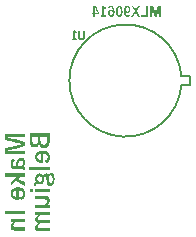
<source format=gbr>
%TF.GenerationSoftware,Altium Limited,Altium Designer,19.1.5 (86)*%
G04 Layer_Color=32896*
%FSLAX44Y44*%
%MOMM*%
%TF.FileFunction,Legend,Bot*%
%TF.Part,Single*%
G01*
G75*
%TA.AperFunction,NonConductor*%
%ADD30C,0.2000*%
%ADD31C,0.1500*%
G36*
X-85058Y-3126D02*
X-93530D01*
X-94670D01*
X-95758D01*
X-96276D01*
X-96769Y-3100D01*
X-97235D01*
X-97675D01*
X-98064D01*
X-98427D01*
X-98738Y-3074D01*
X-99023D01*
X-99230D01*
X-99385D01*
X-99489D01*
X-99515D01*
Y-3385D01*
X-98608Y-3593D01*
X-97805Y-3800D01*
X-97079Y-3981D01*
X-96458Y-4111D01*
X-95914Y-4266D01*
X-95447Y-4370D01*
X-95033Y-4473D01*
X-94696Y-4551D01*
X-94411Y-4629D01*
X-94204Y-4681D01*
X-94022Y-4733D01*
X-93893Y-4758D01*
X-93789Y-4784D01*
X-93737Y-4810D01*
X-93686D01*
X-85058Y-7038D01*
Y-10458D01*
X-93789Y-12738D01*
X-94204Y-12842D01*
X-94618Y-12971D01*
X-95551Y-13204D01*
X-96510Y-13438D01*
X-97442Y-13645D01*
X-97857Y-13749D01*
X-98245Y-13852D01*
X-98608Y-13930D01*
X-98919Y-14008D01*
X-99152Y-14059D01*
X-99359Y-14111D01*
X-99463Y-14137D01*
X-99515D01*
Y-14448D01*
X-98790D01*
X-98116Y-14422D01*
X-97494D01*
X-96898D01*
X-96354D01*
X-95888D01*
X-95447Y-14396D01*
X-95033D01*
X-94696D01*
X-94385D01*
X-94126D01*
X-93919D01*
X-93763D01*
X-93660D01*
X-93582D01*
X-93556D01*
X-85058D01*
Y-17194D01*
X-101924D01*
Y-12427D01*
X-93271Y-10277D01*
X-92857Y-10173D01*
X-92416Y-10044D01*
X-91976Y-9940D01*
X-91587Y-9837D01*
X-91198Y-9759D01*
X-90913Y-9681D01*
X-90810Y-9655D01*
X-90732D01*
X-90680Y-9629D01*
X-90654D01*
X-90266Y-9552D01*
X-89903Y-9448D01*
X-89566Y-9396D01*
X-89281Y-9318D01*
X-88996Y-9266D01*
X-88763Y-9189D01*
X-88556Y-9163D01*
X-88374Y-9111D01*
X-88090Y-9033D01*
X-87908Y-8982D01*
X-87779Y-8956D01*
X-87753D01*
Y-8645D01*
X-88763Y-8463D01*
X-89748Y-8256D01*
X-90680Y-8049D01*
X-91121Y-7945D01*
X-91535Y-7842D01*
X-91898Y-7764D01*
X-92235Y-7686D01*
X-92546Y-7608D01*
X-92805Y-7557D01*
X-93012Y-7505D01*
X-93167Y-7453D01*
X-93271Y-7427D01*
X-93297D01*
X-101924Y-5303D01*
Y-536D01*
X-85058D01*
Y-3126D01*
D02*
G37*
G36*
X-64197Y-6170D02*
X-64223Y-6663D01*
X-64249Y-7103D01*
X-64301Y-7544D01*
X-64378Y-7958D01*
X-64456Y-8321D01*
X-64534Y-8658D01*
X-64637Y-8995D01*
X-64741Y-9280D01*
X-64845Y-9539D01*
X-64948Y-9746D01*
X-65026Y-9953D01*
X-65104Y-10108D01*
X-65182Y-10238D01*
X-65233Y-10316D01*
X-65285Y-10368D01*
Y-10394D01*
X-65544Y-10704D01*
X-65803Y-10963D01*
X-66088Y-11197D01*
X-66399Y-11404D01*
X-66710Y-11559D01*
X-66995Y-11715D01*
X-67591Y-11922D01*
X-68135Y-12026D01*
X-68368Y-12077D01*
X-68576Y-12104D01*
X-68731Y-12129D01*
X-68861D01*
X-68938D01*
X-68964D01*
X-69508Y-12104D01*
X-70001Y-12000D01*
X-70441Y-11870D01*
X-70804Y-11715D01*
X-71115Y-11533D01*
X-71322Y-11404D01*
X-71451Y-11300D01*
X-71503Y-11274D01*
X-71918Y-10860D01*
X-72255Y-10368D01*
X-72514Y-9875D01*
X-72721Y-9383D01*
X-72850Y-8943D01*
X-72928Y-8761D01*
X-72954Y-8606D01*
X-73006Y-8450D01*
Y-8347D01*
X-73032Y-8295D01*
Y-8269D01*
X-73161D01*
X-73291Y-8787D01*
X-73446Y-9228D01*
X-73628Y-9616D01*
X-73835Y-9953D01*
X-74016Y-10212D01*
X-74172Y-10419D01*
X-74275Y-10523D01*
X-74301Y-10575D01*
X-74690Y-10912D01*
X-75130Y-11171D01*
X-75545Y-11352D01*
X-75959Y-11482D01*
X-76296Y-11559D01*
X-76581Y-11585D01*
X-76685Y-11611D01*
X-76762D01*
X-76814D01*
X-76840D01*
X-77203D01*
X-77514Y-11559D01*
X-78110Y-11430D01*
X-78628Y-11249D01*
X-79042Y-11067D01*
X-79379Y-10860D01*
X-79612Y-10678D01*
X-79742Y-10549D01*
X-79794Y-10523D01*
Y-10497D01*
X-80027Y-10212D01*
X-80208Y-9901D01*
X-80390Y-9539D01*
X-80519Y-9176D01*
X-80752Y-8425D01*
X-80908Y-7647D01*
X-80960Y-7285D01*
X-80985Y-6948D01*
X-81037Y-6663D01*
Y-6378D01*
X-81063Y-6170D01*
Y177D01*
X-64197D01*
Y-6170D01*
D02*
G37*
G36*
X-69586Y-14306D02*
X-69094Y-14332D01*
X-68653Y-14409D01*
X-68239Y-14487D01*
X-67850Y-14591D01*
X-67487Y-14694D01*
X-67176Y-14798D01*
X-66866Y-14927D01*
X-66606Y-15057D01*
X-66373Y-15161D01*
X-66192Y-15264D01*
X-66011Y-15368D01*
X-65881Y-15446D01*
X-65803Y-15523D01*
X-65752Y-15549D01*
X-65726Y-15575D01*
X-65415Y-15860D01*
X-65130Y-16197D01*
X-64871Y-16534D01*
X-64663Y-16870D01*
X-64482Y-17233D01*
X-64327Y-17596D01*
X-64223Y-17959D01*
X-64119Y-18296D01*
X-64042Y-18632D01*
X-63990Y-18943D01*
X-63938Y-19228D01*
X-63912Y-19461D01*
X-63886Y-19643D01*
Y-19928D01*
X-63938Y-20627D01*
X-64042Y-21249D01*
X-64197Y-21845D01*
X-64430Y-22363D01*
X-64689Y-22803D01*
X-64974Y-23218D01*
X-65311Y-23581D01*
X-65622Y-23892D01*
X-65959Y-24177D01*
X-66270Y-24384D01*
X-66555Y-24565D01*
X-66814Y-24721D01*
X-67047Y-24824D01*
X-67202Y-24902D01*
X-67332Y-24954D01*
X-67358D01*
X-68083Y-22467D01*
X-67669Y-22337D01*
X-67332Y-22182D01*
X-67021Y-22026D01*
X-66762Y-21819D01*
X-66529Y-21612D01*
X-66347Y-21404D01*
X-66192Y-21197D01*
X-66062Y-20990D01*
X-65959Y-20783D01*
X-65907Y-20601D01*
X-65855Y-20420D01*
X-65803Y-20264D01*
Y-20135D01*
X-65778Y-20031D01*
Y-19954D01*
X-65829Y-19461D01*
X-65933Y-19047D01*
X-66062Y-18658D01*
X-66244Y-18373D01*
X-66399Y-18114D01*
X-66555Y-17959D01*
X-66658Y-17829D01*
X-66684Y-17803D01*
X-67099Y-17518D01*
X-67565Y-17311D01*
X-68032Y-17181D01*
X-68498Y-17078D01*
X-68912Y-17000D01*
X-69094Y-16974D01*
X-69249D01*
X-69379Y-16948D01*
X-69482D01*
X-69534D01*
X-69560D01*
Y-25006D01*
X-70130D01*
X-70622Y-24980D01*
X-71115Y-24954D01*
X-71555Y-24876D01*
X-71969Y-24798D01*
X-72384Y-24695D01*
X-72747Y-24591D01*
X-73084Y-24462D01*
X-73369Y-24358D01*
X-73653Y-24228D01*
X-73887Y-24099D01*
X-74094Y-23995D01*
X-74249Y-23892D01*
X-74379Y-23814D01*
X-74483Y-23736D01*
X-74534Y-23710D01*
X-74560Y-23684D01*
X-74897Y-23399D01*
X-75156Y-23088D01*
X-75415Y-22778D01*
X-75623Y-22441D01*
X-75804Y-22104D01*
X-75959Y-21767D01*
X-76063Y-21456D01*
X-76167Y-21145D01*
X-76244Y-20835D01*
X-76296Y-20575D01*
X-76348Y-20316D01*
X-76374Y-20109D01*
X-76400Y-19928D01*
Y-19694D01*
X-76374Y-19280D01*
X-76348Y-18891D01*
X-76270Y-18503D01*
X-76167Y-18140D01*
X-75933Y-17518D01*
X-75778Y-17233D01*
X-75648Y-16974D01*
X-75519Y-16741D01*
X-75363Y-16534D01*
X-75234Y-16378D01*
X-75130Y-16223D01*
X-75027Y-16119D01*
X-74975Y-16042D01*
X-74923Y-15990D01*
X-74897Y-15964D01*
X-74560Y-15679D01*
X-74198Y-15420D01*
X-73809Y-15187D01*
X-73420Y-14979D01*
X-73032Y-14824D01*
X-72617Y-14694D01*
X-71840Y-14487D01*
X-71477Y-14409D01*
X-71140Y-14358D01*
X-70855Y-14332D01*
X-70596Y-14306D01*
X-70389Y-14280D01*
X-70208D01*
X-70104D01*
X-70078D01*
X-69586Y-14306D01*
D02*
G37*
G36*
X-87753Y-20277D02*
X-87286Y-20381D01*
X-86846Y-20536D01*
X-86509Y-20692D01*
X-86224Y-20847D01*
X-86017Y-21003D01*
X-85887Y-21107D01*
X-85836Y-21132D01*
X-85473Y-21547D01*
X-85214Y-21987D01*
X-85032Y-22454D01*
X-84903Y-22920D01*
X-84825Y-23309D01*
X-84799Y-23490D01*
Y-23646D01*
X-84773Y-23749D01*
Y-23930D01*
X-84799Y-24371D01*
X-84851Y-24811D01*
X-84955Y-25200D01*
X-85058Y-25563D01*
X-85188Y-25900D01*
X-85343Y-26210D01*
X-85525Y-26469D01*
X-85706Y-26728D01*
X-85861Y-26962D01*
X-86043Y-27143D01*
X-86198Y-27324D01*
X-86328Y-27454D01*
X-86431Y-27558D01*
X-86535Y-27635D01*
X-86587Y-27661D01*
X-86613Y-27687D01*
X-86276Y-27713D01*
X-85991Y-27739D01*
X-85732Y-27791D01*
X-85499Y-27817D01*
X-85317Y-27843D01*
X-85162D01*
X-85084Y-27868D01*
X-85058D01*
Y-30382D01*
X-85732Y-30330D01*
X-86354Y-30278D01*
X-86950Y-30252D01*
X-87494Y-30226D01*
X-87934Y-30200D01*
X-88115D01*
X-88271D01*
X-88400D01*
X-88504D01*
X-88556D01*
X-88582D01*
X-93323D01*
X-93686D01*
X-94022Y-30148D01*
X-94644Y-29993D01*
X-95162Y-29786D01*
X-95603Y-29475D01*
X-95991Y-29138D01*
X-96328Y-28723D01*
X-96587Y-28309D01*
X-96795Y-27894D01*
X-96950Y-27454D01*
X-97079Y-27039D01*
X-97157Y-26651D01*
X-97235Y-26288D01*
X-97261Y-26003D01*
X-97287Y-25770D01*
Y-25563D01*
X-97261Y-24863D01*
X-97157Y-24215D01*
X-96976Y-23620D01*
X-96769Y-23101D01*
X-96510Y-22661D01*
X-96250Y-22246D01*
X-95940Y-21910D01*
X-95629Y-21599D01*
X-95318Y-21366D01*
X-95033Y-21158D01*
X-94748Y-20977D01*
X-94489Y-20847D01*
X-94282Y-20744D01*
X-94126Y-20692D01*
X-93996Y-20640D01*
X-93971D01*
X-93297Y-23205D01*
X-93634Y-23283D01*
X-93919Y-23386D01*
X-94178Y-23516D01*
X-94385Y-23620D01*
X-94541Y-23749D01*
X-94670Y-23853D01*
X-94748Y-23905D01*
X-94774Y-23930D01*
X-94981Y-24190D01*
X-95136Y-24449D01*
X-95240Y-24708D01*
X-95318Y-24941D01*
X-95370Y-25148D01*
X-95395Y-25329D01*
Y-25485D01*
X-95370Y-25848D01*
X-95318Y-26158D01*
X-95266Y-26418D01*
X-95188Y-26625D01*
X-95085Y-26780D01*
X-95033Y-26884D01*
X-94981Y-26962D01*
X-94955Y-26988D01*
X-94748Y-27169D01*
X-94489Y-27324D01*
X-94204Y-27428D01*
X-93919Y-27480D01*
X-93686Y-27532D01*
X-93478Y-27558D01*
X-93323D01*
X-93297D01*
X-93271D01*
X-92598D01*
X-92571Y-26858D01*
X-92520Y-26184D01*
X-92442Y-25615D01*
X-92390Y-25122D01*
X-92338Y-24708D01*
X-92312Y-24526D01*
X-92287Y-24397D01*
X-92261Y-24293D01*
Y-24215D01*
X-92235Y-24164D01*
Y-24138D01*
X-92079Y-23464D01*
X-91846Y-22868D01*
X-91587Y-22324D01*
X-91302Y-21884D01*
X-90991Y-21521D01*
X-90654Y-21210D01*
X-90317Y-20951D01*
X-89981Y-20744D01*
X-89644Y-20588D01*
X-89333Y-20459D01*
X-89048Y-20381D01*
X-88815Y-20303D01*
X-88608Y-20277D01*
X-88426Y-20252D01*
X-88323D01*
X-88297D01*
X-87753Y-20277D01*
D02*
G37*
G36*
X-64197Y-30498D02*
X-81374D01*
Y-27778D01*
X-64197D01*
Y-30498D01*
D02*
G37*
G36*
X-62668Y-33011D02*
X-62461Y-33037D01*
X-62073Y-33167D01*
X-61736Y-33374D01*
X-61451Y-33607D01*
X-61218Y-33814D01*
X-61036Y-34022D01*
X-60933Y-34151D01*
X-60907Y-34203D01*
X-60751Y-34488D01*
X-60596Y-34799D01*
X-60389Y-35473D01*
X-60233Y-36172D01*
X-60104Y-36846D01*
X-60078Y-37157D01*
X-60052Y-37441D01*
X-60026Y-37701D01*
Y-37934D01*
X-60000Y-38115D01*
Y-38866D01*
X-60052Y-39307D01*
X-60078Y-39747D01*
X-60156Y-40162D01*
X-60207Y-40525D01*
X-60285Y-40887D01*
X-60363Y-41198D01*
X-60466Y-41483D01*
X-60544Y-41742D01*
X-60622Y-41975D01*
X-60700Y-42183D01*
X-60777Y-42338D01*
X-60829Y-42468D01*
X-60881Y-42545D01*
X-60907Y-42597D01*
Y-42623D01*
X-61114Y-42934D01*
X-61321Y-43193D01*
X-61529Y-43426D01*
X-61762Y-43633D01*
X-61995Y-43789D01*
X-62228Y-43944D01*
X-62668Y-44152D01*
X-63057Y-44255D01*
X-63213Y-44307D01*
X-63368Y-44333D01*
X-63498Y-44359D01*
X-63575D01*
X-63627D01*
X-63653D01*
X-64093Y-44333D01*
X-64482Y-44255D01*
X-64819Y-44126D01*
X-65104Y-43996D01*
X-65311Y-43841D01*
X-65467Y-43737D01*
X-65570Y-43633D01*
X-65596Y-43608D01*
X-65752Y-43400D01*
X-65907Y-43193D01*
X-66140Y-42675D01*
X-66347Y-42105D01*
X-66477Y-41561D01*
X-66581Y-41043D01*
X-66632Y-40835D01*
X-66658Y-40628D01*
X-66684Y-40473D01*
X-66710Y-40343D01*
Y-40240D01*
X-66943Y-37545D01*
X-66969Y-37234D01*
X-67021Y-36949D01*
X-67073Y-36716D01*
X-67099Y-36561D01*
X-67151Y-36405D01*
X-67176Y-36327D01*
X-67202Y-36276D01*
Y-36250D01*
X-67280Y-36120D01*
X-67384Y-36042D01*
X-67565Y-35939D01*
X-67721Y-35887D01*
X-67772D01*
X-67798D01*
X-68006Y-35913D01*
X-68213Y-36016D01*
X-68394Y-36146D01*
X-68550Y-36327D01*
X-68653Y-36483D01*
X-68757Y-36612D01*
X-68809Y-36716D01*
X-68835Y-36742D01*
X-68731Y-37286D01*
X-68705Y-37545D01*
X-68679Y-37804D01*
X-68653Y-37985D01*
Y-38296D01*
X-68705Y-38996D01*
X-68809Y-39618D01*
X-68938Y-40188D01*
X-69120Y-40654D01*
X-69275Y-41017D01*
X-69353Y-41172D01*
X-69430Y-41276D01*
X-69482Y-41379D01*
X-69534Y-41457D01*
X-69560Y-41483D01*
Y-41509D01*
X-69767Y-41768D01*
X-70001Y-42001D01*
X-70234Y-42183D01*
X-70493Y-42364D01*
X-70726Y-42519D01*
X-70985Y-42623D01*
X-71477Y-42804D01*
X-71918Y-42908D01*
X-72099Y-42934D01*
X-72280Y-42960D01*
X-72410Y-42986D01*
X-72514D01*
X-72565D01*
X-72591D01*
X-73084Y-42934D01*
X-73550Y-42830D01*
X-73938Y-42675D01*
X-74301Y-42519D01*
X-74586Y-42338D01*
X-74794Y-42183D01*
X-74923Y-42079D01*
X-74975Y-42027D01*
X-75182Y-42286D01*
X-75312Y-42519D01*
X-75389Y-42701D01*
X-75415Y-42727D01*
Y-42753D01*
X-75467Y-42960D01*
X-75519Y-43167D01*
X-75571Y-43633D01*
X-75597Y-43841D01*
Y-44152D01*
X-77799Y-44307D01*
X-77773Y-43867D01*
X-77747Y-43478D01*
X-77669Y-43141D01*
X-77592Y-42856D01*
X-77514Y-42649D01*
X-77462Y-42468D01*
X-77410Y-42364D01*
X-77384Y-42338D01*
X-77203Y-42027D01*
X-76944Y-41742D01*
X-76685Y-41483D01*
X-76426Y-41276D01*
X-76192Y-41094D01*
X-75985Y-40965D01*
X-75856Y-40887D01*
X-75830Y-40861D01*
X-75804D01*
X-76011Y-40447D01*
X-76141Y-40006D01*
X-76244Y-39592D01*
X-76322Y-39203D01*
X-76374Y-38840D01*
X-76400Y-38581D01*
Y-38322D01*
X-76348Y-37623D01*
X-76244Y-37001D01*
X-76115Y-36457D01*
X-75933Y-35991D01*
X-75752Y-35628D01*
X-75674Y-35473D01*
X-75623Y-35369D01*
X-75545Y-35265D01*
X-75519Y-35187D01*
X-75467Y-35162D01*
Y-35136D01*
X-75260Y-34877D01*
X-75027Y-34643D01*
X-74794Y-34436D01*
X-74560Y-34281D01*
X-74327Y-34125D01*
X-74094Y-33996D01*
X-73628Y-33814D01*
X-73213Y-33711D01*
X-73032Y-33685D01*
X-72876Y-33659D01*
X-72747Y-33633D01*
X-72643D01*
X-72591D01*
X-72565D01*
X-72177Y-33659D01*
X-71840Y-33711D01*
X-71503Y-33788D01*
X-71192Y-33892D01*
X-70648Y-34177D01*
X-70208Y-34488D01*
X-69871Y-34799D01*
X-69612Y-35084D01*
X-69508Y-35187D01*
X-69456Y-35265D01*
X-69430Y-35317D01*
X-69405Y-35343D01*
X-69197Y-35032D01*
X-68964Y-34747D01*
X-68757Y-34488D01*
X-68550Y-34281D01*
X-68342Y-34099D01*
X-68135Y-33944D01*
X-67928Y-33840D01*
X-67747Y-33737D01*
X-67410Y-33607D01*
X-67176Y-33529D01*
X-67073Y-33503D01*
X-66995D01*
X-66969D01*
X-66943D01*
X-66710Y-33529D01*
X-66477Y-33581D01*
X-66270Y-33659D01*
X-66088Y-33763D01*
X-65803Y-34048D01*
X-65570Y-34358D01*
X-65389Y-34643D01*
X-65285Y-34928D01*
X-65259Y-35032D01*
X-65233Y-35110D01*
X-65208Y-35162D01*
Y-35187D01*
X-65052Y-34799D01*
X-64871Y-34462D01*
X-64689Y-34177D01*
X-64508Y-33918D01*
X-64327Y-33711D01*
X-64119Y-33529D01*
X-63938Y-33374D01*
X-63757Y-33270D01*
X-63420Y-33115D01*
X-63161Y-33011D01*
X-63057D01*
X-62979Y-32985D01*
X-62928D01*
X-62902D01*
X-62668Y-33011D01*
D02*
G37*
G36*
X-85058Y-36340D02*
X-88867D01*
X-90680Y-37973D01*
X-85058Y-40926D01*
Y-43906D01*
X-92520Y-39708D01*
X-97002Y-43698D01*
Y-40615D01*
X-91768Y-36340D01*
X-102235D01*
Y-33646D01*
X-85058D01*
Y-36340D01*
D02*
G37*
G36*
X-64197Y-49385D02*
X-76141D01*
Y-46665D01*
X-64197D01*
Y-49385D01*
D02*
G37*
G36*
X-78265Y-49515D02*
X-81089D01*
Y-46561D01*
X-78265D01*
Y-49515D01*
D02*
G37*
G36*
X-90447Y-45331D02*
X-89955Y-45356D01*
X-89514Y-45434D01*
X-89100Y-45512D01*
X-88711Y-45616D01*
X-88349Y-45719D01*
X-88038Y-45823D01*
X-87727Y-45952D01*
X-87468Y-46082D01*
X-87234Y-46185D01*
X-87053Y-46289D01*
X-86872Y-46393D01*
X-86742Y-46470D01*
X-86664Y-46548D01*
X-86613Y-46574D01*
X-86587Y-46600D01*
X-86276Y-46885D01*
X-85991Y-47222D01*
X-85732Y-47559D01*
X-85525Y-47895D01*
X-85343Y-48258D01*
X-85188Y-48621D01*
X-85084Y-48983D01*
X-84980Y-49320D01*
X-84903Y-49657D01*
X-84851Y-49968D01*
X-84799Y-50253D01*
X-84773Y-50486D01*
X-84747Y-50668D01*
Y-50953D01*
X-84799Y-51652D01*
X-84903Y-52274D01*
X-85058Y-52870D01*
X-85291Y-53388D01*
X-85550Y-53828D01*
X-85836Y-54243D01*
X-86172Y-54605D01*
X-86483Y-54916D01*
X-86820Y-55201D01*
X-87131Y-55409D01*
X-87416Y-55590D01*
X-87675Y-55746D01*
X-87908Y-55849D01*
X-88064Y-55927D01*
X-88193Y-55979D01*
X-88219D01*
X-88944Y-53492D01*
X-88530Y-53362D01*
X-88193Y-53207D01*
X-87882Y-53051D01*
X-87623Y-52844D01*
X-87390Y-52636D01*
X-87209Y-52429D01*
X-87053Y-52222D01*
X-86924Y-52015D01*
X-86820Y-51807D01*
X-86768Y-51626D01*
X-86716Y-51445D01*
X-86664Y-51289D01*
Y-51160D01*
X-86639Y-51056D01*
Y-50978D01*
X-86690Y-50486D01*
X-86794Y-50072D01*
X-86924Y-49683D01*
X-87105Y-49398D01*
X-87260Y-49139D01*
X-87416Y-48983D01*
X-87520Y-48854D01*
X-87545Y-48828D01*
X-87960Y-48543D01*
X-88426Y-48336D01*
X-88893Y-48206D01*
X-89359Y-48103D01*
X-89774Y-48025D01*
X-89955Y-47999D01*
X-90110D01*
X-90240Y-47973D01*
X-90344D01*
X-90395D01*
X-90421D01*
Y-56031D01*
X-90991D01*
X-91483Y-56005D01*
X-91976Y-55979D01*
X-92416Y-55901D01*
X-92831Y-55823D01*
X-93245Y-55720D01*
X-93608Y-55616D01*
X-93945Y-55486D01*
X-94230Y-55383D01*
X-94515Y-55253D01*
X-94748Y-55124D01*
X-94955Y-55020D01*
X-95111Y-54916D01*
X-95240Y-54839D01*
X-95344Y-54761D01*
X-95395Y-54735D01*
X-95421Y-54709D01*
X-95758Y-54424D01*
X-96017Y-54113D01*
X-96276Y-53802D01*
X-96484Y-53466D01*
X-96665Y-53129D01*
X-96820Y-52792D01*
X-96924Y-52481D01*
X-97028Y-52170D01*
X-97105Y-51859D01*
X-97157Y-51600D01*
X-97209Y-51341D01*
X-97235Y-51134D01*
X-97261Y-50953D01*
Y-50719D01*
X-97235Y-50305D01*
X-97209Y-49916D01*
X-97131Y-49528D01*
X-97028Y-49165D01*
X-96795Y-48543D01*
X-96639Y-48258D01*
X-96510Y-47999D01*
X-96380Y-47766D01*
X-96225Y-47559D01*
X-96095Y-47403D01*
X-95991Y-47248D01*
X-95888Y-47144D01*
X-95836Y-47066D01*
X-95784Y-47014D01*
X-95758Y-46989D01*
X-95421Y-46704D01*
X-95059Y-46445D01*
X-94670Y-46211D01*
X-94282Y-46004D01*
X-93893Y-45849D01*
X-93478Y-45719D01*
X-92701Y-45512D01*
X-92338Y-45434D01*
X-92002Y-45382D01*
X-91717Y-45356D01*
X-91458Y-45331D01*
X-91250Y-45305D01*
X-91069D01*
X-90965D01*
X-90939D01*
X-90447Y-45331D01*
D02*
G37*
G36*
X-66840Y-52857D02*
X-66347Y-52960D01*
X-65907Y-53116D01*
X-65544Y-53271D01*
X-65259Y-53427D01*
X-65052Y-53582D01*
X-64922Y-53686D01*
X-64871Y-53712D01*
X-64534Y-54100D01*
X-64301Y-54515D01*
X-64119Y-54955D01*
X-64016Y-55344D01*
X-63938Y-55707D01*
X-63912Y-56017D01*
X-63886Y-56121D01*
Y-56277D01*
X-63912Y-56691D01*
X-63964Y-57080D01*
X-64068Y-57417D01*
X-64171Y-57727D01*
X-64249Y-57986D01*
X-64353Y-58194D01*
X-64404Y-58297D01*
X-64430Y-58349D01*
X-64689Y-58738D01*
X-65000Y-59101D01*
X-65285Y-59412D01*
X-65596Y-59671D01*
X-65855Y-59878D01*
X-66062Y-60033D01*
X-66218Y-60137D01*
X-66270Y-60163D01*
X-64197D01*
Y-62805D01*
X-76141D01*
Y-60059D01*
X-68265D01*
X-67980Y-59904D01*
X-67695Y-59722D01*
X-67462Y-59515D01*
X-67254Y-59360D01*
X-67099Y-59178D01*
X-66969Y-59075D01*
X-66891Y-58971D01*
X-66866Y-58945D01*
X-66658Y-58634D01*
X-66503Y-58349D01*
X-66373Y-58064D01*
X-66296Y-57831D01*
X-66244Y-57624D01*
X-66218Y-57442D01*
Y-57313D01*
X-66244Y-57028D01*
X-66296Y-56769D01*
X-66399Y-56536D01*
X-66529Y-56328D01*
X-66684Y-56173D01*
X-66840Y-56043D01*
X-67202Y-55836D01*
X-67565Y-55707D01*
X-67876Y-55655D01*
X-68006Y-55629D01*
X-68109D01*
X-68161D01*
X-68187D01*
X-76141D01*
Y-52831D01*
X-67410D01*
X-66840Y-52857D01*
D02*
G37*
G36*
X-85058Y-68207D02*
X-101924D01*
Y-65228D01*
X-85058D01*
Y-68207D01*
D02*
G37*
G36*
Y-74710D02*
X-92882D01*
X-93193Y-74917D01*
X-93452Y-75125D01*
X-93712Y-75332D01*
X-93893Y-75513D01*
X-94074Y-75669D01*
X-94178Y-75824D01*
X-94256Y-75902D01*
X-94282Y-75928D01*
X-94489Y-76239D01*
X-94644Y-76524D01*
X-94748Y-76783D01*
X-94825Y-77016D01*
X-94877Y-77223D01*
X-94903Y-77379D01*
Y-77508D01*
X-94877Y-77793D01*
X-94825Y-78052D01*
X-94722Y-78260D01*
X-94592Y-78441D01*
X-94437Y-78622D01*
X-94256Y-78752D01*
X-93893Y-78933D01*
X-93530Y-79063D01*
X-93193Y-79114D01*
X-93064Y-79140D01*
X-92960D01*
X-92908D01*
X-92882D01*
X-85058D01*
Y-81964D01*
X-93660D01*
X-94230Y-81938D01*
X-94722Y-81835D01*
X-95162Y-81705D01*
X-95525Y-81550D01*
X-95810Y-81369D01*
X-96017Y-81239D01*
X-96147Y-81135D01*
X-96199Y-81109D01*
X-96561Y-80721D01*
X-96820Y-80306D01*
X-97002Y-79892D01*
X-97131Y-79477D01*
X-97209Y-79114D01*
X-97235Y-78804D01*
X-97261Y-78700D01*
Y-78545D01*
X-97235Y-78156D01*
X-97183Y-77767D01*
X-97079Y-77431D01*
X-96976Y-77120D01*
X-96872Y-76860D01*
X-96769Y-76679D01*
X-96717Y-76550D01*
X-96691Y-76498D01*
X-96432Y-76109D01*
X-96147Y-75746D01*
X-95862Y-75436D01*
X-95577Y-75151D01*
X-95318Y-74943D01*
X-95085Y-74762D01*
X-94955Y-74658D01*
X-94929Y-74632D01*
X-97002D01*
Y-71990D01*
X-85058D01*
Y-74710D01*
D02*
G37*
G36*
X-64197Y-69049D02*
X-72021D01*
X-72332Y-69205D01*
X-72591Y-69386D01*
X-72825Y-69567D01*
X-73032Y-69749D01*
X-73187Y-69878D01*
X-73317Y-70008D01*
X-73394Y-70086D01*
X-73420Y-70111D01*
X-73628Y-70396D01*
X-73783Y-70655D01*
X-73887Y-70915D01*
X-73964Y-71148D01*
X-74016Y-71355D01*
X-74042Y-71511D01*
Y-71640D01*
X-74016Y-71899D01*
X-73964Y-72132D01*
X-73861Y-72314D01*
X-73731Y-72469D01*
X-73394Y-72728D01*
X-73032Y-72909D01*
X-72669Y-73013D01*
X-72332Y-73065D01*
X-72203Y-73091D01*
X-72099D01*
X-72047D01*
X-72021D01*
X-64197D01*
Y-75811D01*
X-72021D01*
X-72306Y-75967D01*
X-72591Y-76122D01*
X-72825Y-76304D01*
X-73032Y-76459D01*
X-73187Y-76614D01*
X-73291Y-76718D01*
X-73369Y-76796D01*
X-73394Y-76822D01*
X-73602Y-77107D01*
X-73757Y-77366D01*
X-73887Y-77599D01*
X-73964Y-77832D01*
X-74016Y-78013D01*
X-74042Y-78169D01*
Y-78298D01*
X-74016Y-78583D01*
X-73964Y-78843D01*
X-73861Y-79076D01*
X-73731Y-79257D01*
X-73576Y-79412D01*
X-73394Y-79542D01*
X-73032Y-79749D01*
X-72669Y-79879D01*
X-72332Y-79931D01*
X-72203Y-79956D01*
X-72099D01*
X-72047D01*
X-72021D01*
X-64197D01*
Y-82677D01*
X-72799D01*
X-73369Y-82651D01*
X-73861Y-82547D01*
X-74301Y-82444D01*
X-74664Y-82288D01*
X-74949Y-82159D01*
X-75156Y-82029D01*
X-75286Y-81925D01*
X-75338Y-81900D01*
X-75700Y-81537D01*
X-75959Y-81148D01*
X-76141Y-80734D01*
X-76270Y-80345D01*
X-76348Y-79982D01*
X-76374Y-79697D01*
X-76400Y-79594D01*
Y-79438D01*
X-76374Y-79024D01*
X-76296Y-78635D01*
X-76192Y-78247D01*
X-76037Y-77910D01*
X-75856Y-77573D01*
X-75648Y-77262D01*
X-75441Y-76977D01*
X-75234Y-76692D01*
X-75001Y-76459D01*
X-74794Y-76252D01*
X-74586Y-76070D01*
X-74405Y-75941D01*
X-74249Y-75811D01*
X-74146Y-75733D01*
X-74068Y-75682D01*
X-74042Y-75656D01*
X-74405Y-75552D01*
X-74716Y-75423D01*
X-75001Y-75267D01*
X-75234Y-75112D01*
X-75415Y-74982D01*
X-75571Y-74853D01*
X-75648Y-74775D01*
X-75674Y-74749D01*
X-75908Y-74438D01*
X-76089Y-74101D01*
X-76218Y-73739D01*
X-76322Y-73428D01*
X-76374Y-73143D01*
X-76400Y-72909D01*
Y-72702D01*
X-76374Y-72288D01*
X-76296Y-71899D01*
X-76192Y-71536D01*
X-76037Y-71174D01*
X-75856Y-70837D01*
X-75648Y-70526D01*
X-75441Y-70241D01*
X-75234Y-69982D01*
X-75001Y-69749D01*
X-74794Y-69542D01*
X-74586Y-69360D01*
X-74405Y-69231D01*
X-74249Y-69101D01*
X-74146Y-69023D01*
X-74068Y-68972D01*
X-74042Y-68946D01*
X-76141D01*
Y-66355D01*
X-64197D01*
Y-69049D01*
D02*
G37*
G36*
X-17860Y107848D02*
X-17485Y107626D01*
X-17139Y107446D01*
X-16834Y107307D01*
X-16681Y107252D01*
X-16556Y107196D01*
X-16445Y107155D01*
X-16348Y107113D01*
X-16279Y107085D01*
X-16209Y107071D01*
X-16182Y107058D01*
X-16168D01*
X-16404Y105837D01*
X-16737Y105962D01*
X-17055Y106087D01*
X-17333Y106212D01*
X-17569Y106336D01*
X-17763Y106461D01*
X-17915Y106544D01*
X-17971Y106586D01*
X-18012Y106600D01*
X-18026Y106628D01*
X-18040D01*
Y100290D01*
X-16307D01*
Y99166D01*
X-21091D01*
Y100290D01*
X-19427D01*
Y108111D01*
X-18234D01*
X-17860Y107848D01*
D02*
G37*
G36*
X9655Y103785D02*
X12457Y99166D01*
X10820D01*
X9128Y102051D01*
X9059Y102176D01*
X9003Y102287D01*
X8948Y102384D01*
X8906Y102467D01*
X8878Y102536D01*
X8851Y102578D01*
X8823Y102606D01*
Y102620D01*
X8781Y102536D01*
X8726Y102453D01*
X8698Y102384D01*
X8684Y102370D01*
Y102356D01*
X8601Y102218D01*
X8559Y102120D01*
X8532Y102065D01*
X8518Y102051D01*
X6840Y99166D01*
X5037D01*
X7866Y103854D01*
X5176Y108195D01*
X6826D01*
X8310Y105657D01*
X8421Y105449D01*
X8504Y105296D01*
X8573Y105185D01*
X8615Y105102D01*
X8643Y105047D01*
X8656Y105005D01*
X8670Y104991D01*
X8726Y105088D01*
X8781Y105185D01*
X8837Y105268D01*
X8851Y105282D01*
Y105296D01*
X8934Y105449D01*
X8989Y105560D01*
X9031Y105629D01*
X9045Y105643D01*
X10487Y108195D01*
X12276D01*
X9655Y103785D01*
D02*
G37*
G36*
X-11966Y108181D02*
X-11702Y108139D01*
X-11453Y108070D01*
X-11231Y107987D01*
X-11009Y107876D01*
X-10815Y107737D01*
X-10634Y107584D01*
X-10468Y107418D01*
X-10302Y107238D01*
X-10163Y107044D01*
X-9913Y106628D01*
X-9719Y106184D01*
X-9553Y105726D01*
X-9428Y105268D01*
X-9331Y104825D01*
X-9261Y104409D01*
X-9234Y104214D01*
X-9220Y104034D01*
X-9192Y103868D01*
X-9178Y103715D01*
Y103577D01*
X-9164Y103466D01*
Y103382D01*
Y103313D01*
Y103272D01*
Y103258D01*
X-9178Y102883D01*
X-9192Y102536D01*
X-9234Y102218D01*
X-9275Y101912D01*
X-9331Y101635D01*
X-9386Y101371D01*
X-9442Y101136D01*
X-9511Y100928D01*
X-9580Y100747D01*
X-9636Y100581D01*
X-9691Y100456D01*
X-9747Y100345D01*
X-9788Y100248D01*
X-9830Y100193D01*
X-9844Y100151D01*
X-9858Y100137D01*
X-9997Y99943D01*
X-10163Y99763D01*
X-10329Y99610D01*
X-10496Y99485D01*
X-10676Y99375D01*
X-10856Y99277D01*
X-11037Y99208D01*
X-11217Y99139D01*
X-11369Y99097D01*
X-11522Y99056D01*
X-11661Y99042D01*
X-11786Y99014D01*
X-11883D01*
X-11952Y99000D01*
X-12021D01*
X-12229Y99014D01*
X-12423Y99028D01*
X-12784Y99111D01*
X-13103Y99222D01*
X-13367Y99361D01*
X-13477Y99430D01*
X-13575Y99499D01*
X-13658Y99555D01*
X-13741Y99610D01*
X-13796Y99652D01*
X-13838Y99693D01*
X-13852Y99707D01*
X-13866Y99721D01*
X-14018Y99888D01*
X-14143Y100082D01*
X-14268Y100262D01*
X-14365Y100456D01*
X-14448Y100664D01*
X-14518Y100858D01*
X-14615Y101247D01*
X-14656Y101413D01*
X-14684Y101580D01*
X-14698Y101732D01*
X-14712Y101857D01*
X-14726Y101968D01*
Y102037D01*
Y102093D01*
Y102107D01*
X-14698Y102550D01*
X-14642Y102952D01*
X-14545Y103285D01*
X-14504Y103438D01*
X-14448Y103577D01*
X-14393Y103701D01*
X-14351Y103812D01*
X-14296Y103909D01*
X-14254Y103979D01*
X-14226Y104034D01*
X-14199Y104076D01*
X-14171Y104104D01*
Y104117D01*
X-14046Y104270D01*
X-13907Y104409D01*
X-13769Y104520D01*
X-13630Y104617D01*
X-13477Y104714D01*
X-13339Y104783D01*
X-13047Y104880D01*
X-12798Y104950D01*
X-12687Y104963D01*
X-12590Y104977D01*
X-12521Y104991D01*
X-12410D01*
X-12188Y104977D01*
X-11980Y104950D01*
X-11799Y104894D01*
X-11619Y104825D01*
X-11453Y104755D01*
X-11300Y104658D01*
X-11175Y104575D01*
X-11050Y104478D01*
X-10940Y104381D01*
X-10856Y104284D01*
X-10773Y104187D01*
X-10704Y104117D01*
X-10662Y104048D01*
X-10621Y103993D01*
X-10607Y103965D01*
X-10593Y103951D01*
X-10607Y104242D01*
X-10621Y104506D01*
X-10648Y104755D01*
X-10690Y104991D01*
X-10732Y105199D01*
X-10773Y105407D01*
X-10829Y105588D01*
X-10884Y105768D01*
X-11009Y106073D01*
X-11134Y106322D01*
X-11286Y106531D01*
X-11425Y106697D01*
X-11578Y106822D01*
X-11716Y106919D01*
X-11841Y106988D01*
X-11966Y107044D01*
X-12063Y107071D01*
X-12132Y107085D01*
X-12202D01*
X-12340Y107071D01*
X-12451Y107044D01*
X-12562Y107002D01*
X-12659Y106947D01*
X-12826Y106808D01*
X-12950Y106655D01*
X-13034Y106489D01*
X-13089Y106350D01*
X-13103Y106295D01*
X-13117Y106253D01*
X-13131Y106225D01*
Y106212D01*
X-14545Y106739D01*
X-14420Y107002D01*
X-14282Y107224D01*
X-14115Y107418D01*
X-13935Y107584D01*
X-13741Y107723D01*
X-13561Y107834D01*
X-13367Y107931D01*
X-13172Y108014D01*
X-12992Y108070D01*
X-12812Y108111D01*
X-12659Y108153D01*
X-12521Y108167D01*
X-12410Y108181D01*
X-12313Y108195D01*
X-12243D01*
X-11966Y108181D01*
D02*
G37*
G36*
X1778D02*
X1972Y108167D01*
X2333Y108084D01*
X2652Y107959D01*
X2915Y107834D01*
X3026Y107765D01*
X3137Y107696D01*
X3220Y107626D01*
X3289Y107571D01*
X3345Y107529D01*
X3386Y107487D01*
X3400Y107474D01*
X3414Y107460D01*
X3567Y107293D01*
X3692Y107113D01*
X3803Y106933D01*
X3900Y106739D01*
X3969Y106531D01*
X4038Y106336D01*
X4135Y105962D01*
X4177Y105782D01*
X4205Y105615D01*
X4219Y105463D01*
X4232Y105338D01*
X4246Y105241D01*
Y105158D01*
Y105102D01*
Y105088D01*
X4232Y104866D01*
X4219Y104658D01*
X4149Y104256D01*
X4052Y103923D01*
X3997Y103771D01*
X3941Y103632D01*
X3886Y103507D01*
X3844Y103396D01*
X3789Y103313D01*
X3747Y103230D01*
X3706Y103174D01*
X3678Y103133D01*
X3650Y103105D01*
Y103091D01*
X3525Y102939D01*
X3386Y102800D01*
X3234Y102689D01*
X3095Y102592D01*
X2943Y102509D01*
X2790Y102425D01*
X2513Y102328D01*
X2263Y102259D01*
X2152Y102245D01*
X2055Y102231D01*
X1986Y102218D01*
X1875D01*
X1653Y102231D01*
X1445Y102259D01*
X1251Y102315D01*
X1071Y102384D01*
X904Y102467D01*
X751Y102550D01*
X627Y102647D01*
X502Y102758D01*
X405Y102855D01*
X308Y102952D01*
X238Y103036D01*
X183Y103119D01*
X127Y103188D01*
X100Y103244D01*
X73Y103271D01*
X86Y102994D01*
X100Y102731D01*
X127Y102481D01*
X155Y102245D01*
X183Y102037D01*
X211Y101843D01*
X252Y101663D01*
X294Y101510D01*
X322Y101371D01*
X363Y101247D01*
X391Y101150D01*
X419Y101066D01*
X446Y101011D01*
X460Y100969D01*
X474Y100942D01*
Y100928D01*
X557Y100789D01*
X641Y100664D01*
X724Y100553D01*
X821Y100456D01*
X932Y100373D01*
X1029Y100304D01*
X1223Y100207D01*
X1403Y100151D01*
X1542Y100123D01*
X1597Y100110D01*
X1681D01*
X1805Y100123D01*
X1917Y100151D01*
X2027Y100193D01*
X2124Y100248D01*
X2277Y100387D01*
X2402Y100539D01*
X2499Y100692D01*
X2568Y100831D01*
X2582Y100886D01*
X2596Y100928D01*
X2610Y100955D01*
Y100969D01*
X4038Y100428D01*
X3927Y100179D01*
X3789Y99957D01*
X3622Y99763D01*
X3456Y99596D01*
X3262Y99472D01*
X3068Y99347D01*
X2873Y99250D01*
X2679Y99180D01*
X2485Y99125D01*
X2305Y99069D01*
X2138Y99042D01*
X2000Y99028D01*
X1875Y99014D01*
X1792Y99000D01*
X1708D01*
X1459Y99014D01*
X1223Y99042D01*
X1001Y99083D01*
X793Y99153D01*
X599Y99222D01*
X433Y99305D01*
X266Y99402D01*
X127Y99485D01*
X3Y99583D01*
X-108Y99666D01*
X-205Y99749D01*
X-275Y99818D01*
X-330Y99888D01*
X-386Y99929D01*
X-399Y99957D01*
X-413Y99971D01*
X-566Y100220D01*
X-705Y100484D01*
X-830Y100789D01*
X-940Y101094D01*
X-1024Y101427D01*
X-1093Y101760D01*
X-1148Y102079D01*
X-1204Y102412D01*
X-1245Y102717D01*
X-1273Y102994D01*
X-1287Y103258D01*
X-1301Y103493D01*
X-1315Y103674D01*
Y103812D01*
Y103868D01*
Y103909D01*
Y103923D01*
Y103937D01*
X-1301Y104312D01*
X-1287Y104658D01*
X-1259Y104977D01*
X-1204Y105268D01*
X-1162Y105546D01*
X-1107Y105809D01*
X-1037Y106031D01*
X-982Y106239D01*
X-913Y106420D01*
X-857Y106586D01*
X-788Y106725D01*
X-746Y106836D01*
X-705Y106919D01*
X-663Y106974D01*
X-649Y107016D01*
X-635Y107030D01*
X-497Y107238D01*
X-330Y107418D01*
X-164Y107571D01*
X16Y107709D01*
X197Y107820D01*
X391Y107917D01*
X571Y107987D01*
X738Y108056D01*
X904Y108098D01*
X1071Y108139D01*
X1209Y108153D01*
X1334Y108181D01*
X1431D01*
X1500Y108195D01*
X1570D01*
X1778Y108181D01*
D02*
G37*
G36*
X30000Y99166D02*
X28613D01*
Y103701D01*
Y104312D01*
Y104894D01*
Y105171D01*
X28627Y105435D01*
Y105685D01*
Y105920D01*
Y106128D01*
Y106322D01*
X28641Y106489D01*
Y106642D01*
Y106752D01*
Y106836D01*
Y106891D01*
Y106905D01*
X28475D01*
X28363Y106420D01*
X28253Y105990D01*
X28156Y105601D01*
X28086Y105268D01*
X28003Y104977D01*
X27947Y104728D01*
X27892Y104506D01*
X27850Y104326D01*
X27809Y104173D01*
X27781Y104062D01*
X27753Y103965D01*
X27739Y103896D01*
X27726Y103840D01*
X27712Y103812D01*
Y103785D01*
X26519Y99166D01*
X24688D01*
X23468Y103840D01*
X23412Y104062D01*
X23343Y104284D01*
X23218Y104783D01*
X23094Y105296D01*
X22983Y105795D01*
X22927Y106017D01*
X22872Y106225D01*
X22830Y106420D01*
X22788Y106586D01*
X22761Y106711D01*
X22733Y106822D01*
X22719Y106877D01*
Y106905D01*
X22553D01*
Y106517D01*
X22566Y106156D01*
Y105823D01*
Y105504D01*
Y105213D01*
Y104963D01*
X22580Y104728D01*
Y104506D01*
Y104326D01*
Y104159D01*
Y104020D01*
Y103909D01*
Y103826D01*
Y103771D01*
Y103729D01*
Y103715D01*
Y99166D01*
X21083D01*
Y108195D01*
X23634D01*
X24785Y103563D01*
X24841Y103341D01*
X24910Y103105D01*
X24966Y102869D01*
X25021Y102661D01*
X25063Y102453D01*
X25104Y102301D01*
X25118Y102245D01*
Y102204D01*
X25132Y102176D01*
Y102162D01*
X25174Y101954D01*
X25229Y101760D01*
X25257Y101580D01*
X25299Y101427D01*
X25326Y101274D01*
X25368Y101150D01*
X25382Y101039D01*
X25410Y100942D01*
X25451Y100789D01*
X25479Y100692D01*
X25493Y100623D01*
Y100609D01*
X25659D01*
X25756Y101150D01*
X25867Y101677D01*
X25978Y102176D01*
X26034Y102412D01*
X26089Y102633D01*
X26131Y102828D01*
X26172Y103008D01*
X26214Y103174D01*
X26242Y103313D01*
X26269Y103424D01*
X26297Y103507D01*
X26311Y103563D01*
Y103577D01*
X27448Y108195D01*
X30000D01*
Y99166D01*
D02*
G37*
G36*
X18919D02*
X13094D01*
Y100428D01*
X17324D01*
Y108195D01*
X18919D01*
Y99166D01*
D02*
G37*
G36*
X-22325Y102204D02*
Y101164D01*
X-25709D01*
Y99166D01*
X-27041D01*
Y101164D01*
X-28150D01*
Y102273D01*
X-27041D01*
Y108111D01*
X-25210D01*
X-22325Y102204D01*
D02*
G37*
G36*
X-5004Y108181D02*
X-4782Y108153D01*
X-4574Y108111D01*
X-4394Y108056D01*
X-4213Y107987D01*
X-4047Y107903D01*
X-3908Y107820D01*
X-3770Y107737D01*
X-3659Y107654D01*
X-3548Y107571D01*
X-3465Y107487D01*
X-3395Y107418D01*
X-3340Y107363D01*
X-3298Y107321D01*
X-3284Y107293D01*
X-3270Y107279D01*
X-3118Y107058D01*
X-2993Y106794D01*
X-2882Y106517D01*
X-2785Y106225D01*
X-2716Y105934D01*
X-2646Y105629D01*
X-2549Y105019D01*
X-2508Y104741D01*
X-2480Y104478D01*
X-2466Y104228D01*
X-2452Y104020D01*
X-2438Y103854D01*
Y103715D01*
Y103632D01*
Y103618D01*
Y103604D01*
X-2452Y103188D01*
X-2466Y102814D01*
X-2494Y102453D01*
X-2535Y102120D01*
X-2577Y101815D01*
X-2632Y101538D01*
X-2688Y101288D01*
X-2743Y101066D01*
X-2799Y100872D01*
X-2854Y100692D01*
X-2910Y100553D01*
X-2951Y100428D01*
X-2993Y100345D01*
X-3021Y100276D01*
X-3048Y100234D01*
Y100220D01*
X-3187Y100012D01*
X-3340Y99818D01*
X-3506Y99652D01*
X-3672Y99513D01*
X-3853Y99402D01*
X-4033Y99305D01*
X-4213Y99222D01*
X-4380Y99153D01*
X-4546Y99097D01*
X-4713Y99069D01*
X-4851Y99042D01*
X-4976Y99014D01*
X-5073D01*
X-5142Y99000D01*
X-5212D01*
X-5448Y99014D01*
X-5670Y99042D01*
X-5891Y99083D01*
X-6086Y99153D01*
X-6266Y99222D01*
X-6418Y99291D01*
X-6571Y99375D01*
X-6710Y99472D01*
X-6821Y99555D01*
X-6932Y99638D01*
X-7015Y99707D01*
X-7084Y99790D01*
X-7140Y99846D01*
X-7181Y99888D01*
X-7195Y99915D01*
X-7209Y99929D01*
X-7362Y100151D01*
X-7486Y100415D01*
X-7597Y100692D01*
X-7694Y100983D01*
X-7778Y101288D01*
X-7833Y101593D01*
X-7944Y102190D01*
X-7972Y102481D01*
X-7999Y102745D01*
X-8013Y102994D01*
X-8027Y103202D01*
X-8041Y103369D01*
Y103507D01*
Y103590D01*
Y103604D01*
Y103618D01*
Y104020D01*
X-8013Y104409D01*
X-7986Y104769D01*
X-7944Y105088D01*
X-7889Y105393D01*
X-7833Y105671D01*
X-7778Y105920D01*
X-7722Y106142D01*
X-7667Y106350D01*
X-7611Y106517D01*
X-7556Y106655D01*
X-7500Y106780D01*
X-7459Y106863D01*
X-7431Y106933D01*
X-7417Y106974D01*
X-7403Y106988D01*
X-7264Y107196D01*
X-7112Y107390D01*
X-6945Y107543D01*
X-6779Y107682D01*
X-6599Y107806D01*
X-6418Y107903D01*
X-6238Y107987D01*
X-6072Y108042D01*
X-5905Y108098D01*
X-5739Y108125D01*
X-5600Y108153D01*
X-5489Y108181D01*
X-5378D01*
X-5309Y108195D01*
X-5240D01*
X-5004Y108181D01*
D02*
G37*
%LPC*%
G36*
X-74120Y-2699D02*
X-78861D01*
Y-5523D01*
X-78835Y-6093D01*
X-78783Y-6559D01*
X-78706Y-6974D01*
X-78602Y-7311D01*
X-78498Y-7570D01*
X-78421Y-7751D01*
X-78369Y-7854D01*
X-78343Y-7880D01*
X-78110Y-8165D01*
X-77825Y-8373D01*
X-77540Y-8502D01*
X-77255Y-8606D01*
X-76970Y-8658D01*
X-76762Y-8709D01*
X-76607D01*
X-76581D01*
X-76555D01*
X-76167Y-8684D01*
X-75856Y-8606D01*
X-75545Y-8476D01*
X-75312Y-8347D01*
X-75130Y-8191D01*
X-74975Y-8088D01*
X-74897Y-7984D01*
X-74871Y-7958D01*
X-74612Y-7595D01*
X-74431Y-7155D01*
X-74301Y-6715D01*
X-74223Y-6274D01*
X-74172Y-5885D01*
X-74146Y-5704D01*
X-74120Y-5575D01*
Y-2699D01*
D02*
G37*
G36*
X-66373D02*
X-71918D01*
Y-5445D01*
X-71892Y-6041D01*
X-71814Y-6559D01*
X-71710Y-7000D01*
X-71607Y-7388D01*
X-71477Y-7673D01*
X-71374Y-7880D01*
X-71296Y-8010D01*
X-71270Y-8062D01*
X-71140Y-8269D01*
X-70985Y-8425D01*
X-70648Y-8709D01*
X-70286Y-8917D01*
X-69949Y-9046D01*
X-69638Y-9124D01*
X-69405Y-9150D01*
X-69301Y-9176D01*
X-69223D01*
X-69197D01*
X-69171D01*
X-68731Y-9150D01*
X-68342Y-9072D01*
X-68006Y-8943D01*
X-67747Y-8813D01*
X-67513Y-8684D01*
X-67358Y-8554D01*
X-67254Y-8476D01*
X-67228Y-8450D01*
X-66943Y-8088D01*
X-66736Y-7673D01*
X-66581Y-7259D01*
X-66477Y-6818D01*
X-66425Y-6430D01*
X-66399Y-6119D01*
X-66373Y-6015D01*
Y-2699D01*
D02*
G37*
G36*
X-71374Y-17000D02*
X-71866Y-17052D01*
X-72280Y-17155D01*
X-72643Y-17259D01*
X-72980Y-17389D01*
X-73213Y-17492D01*
X-73394Y-17596D01*
X-73524Y-17674D01*
X-73550Y-17700D01*
X-73861Y-17985D01*
X-74094Y-18321D01*
X-74275Y-18658D01*
X-74379Y-18995D01*
X-74457Y-19280D01*
X-74483Y-19513D01*
X-74509Y-19669D01*
Y-19720D01*
X-74483Y-20135D01*
X-74379Y-20524D01*
X-74223Y-20860D01*
X-74016Y-21145D01*
X-73783Y-21404D01*
X-73524Y-21612D01*
X-73239Y-21793D01*
X-72954Y-21923D01*
X-72643Y-22052D01*
X-72358Y-22156D01*
X-72099Y-22208D01*
X-71866Y-22259D01*
X-71659Y-22311D01*
X-71503Y-22337D01*
X-71399D01*
X-71374D01*
Y-17000D01*
D02*
G37*
G36*
X-88452Y-22868D02*
X-88504D01*
X-88530D01*
X-88815Y-22894D01*
X-89074Y-22946D01*
X-89307Y-23050D01*
X-89514Y-23179D01*
X-89851Y-23490D01*
X-90136Y-23853D01*
X-90317Y-24190D01*
X-90447Y-24500D01*
X-90499Y-24630D01*
X-90525Y-24734D01*
X-90551Y-24785D01*
Y-24811D01*
X-90654Y-25329D01*
X-90732Y-25822D01*
X-90784Y-26288D01*
X-90836Y-26703D01*
X-90862Y-27039D01*
X-90887Y-27324D01*
Y-27558D01*
X-88685D01*
X-88349Y-27350D01*
X-88038Y-27143D01*
X-87779Y-26910D01*
X-87545Y-26677D01*
X-87364Y-26444D01*
X-87209Y-26210D01*
X-87079Y-25977D01*
X-86975Y-25770D01*
X-86820Y-25381D01*
X-86768Y-25200D01*
X-86742Y-25045D01*
Y-24941D01*
X-86716Y-24837D01*
Y-24760D01*
X-86742Y-24423D01*
X-86794Y-24138D01*
X-86872Y-23879D01*
X-87001Y-23671D01*
X-87131Y-23490D01*
X-87286Y-23335D01*
X-87468Y-23205D01*
X-87623Y-23101D01*
X-87960Y-22972D01*
X-88245Y-22894D01*
X-88374D01*
X-88452Y-22868D01*
D02*
G37*
G36*
X-72384Y-36146D02*
X-72540D01*
X-72591D01*
X-72928Y-36172D01*
X-73213Y-36224D01*
X-73498Y-36327D01*
X-73705Y-36431D01*
X-73887Y-36509D01*
X-74016Y-36612D01*
X-74094Y-36664D01*
X-74120Y-36690D01*
X-74327Y-36949D01*
X-74483Y-37208D01*
X-74612Y-37493D01*
X-74690Y-37752D01*
X-74742Y-37960D01*
X-74768Y-38167D01*
Y-38322D01*
X-74742Y-38633D01*
X-74690Y-38918D01*
X-74612Y-39177D01*
X-74534Y-39385D01*
X-74431Y-39540D01*
X-74353Y-39670D01*
X-74301Y-39747D01*
X-74275Y-39773D01*
X-74016Y-40006D01*
X-73757Y-40188D01*
X-73472Y-40317D01*
X-73187Y-40421D01*
X-72954Y-40473D01*
X-72747Y-40499D01*
X-72617D01*
X-72565D01*
X-72203Y-40473D01*
X-71892Y-40421D01*
X-71607Y-40317D01*
X-71374Y-40240D01*
X-71192Y-40136D01*
X-71037Y-40032D01*
X-70959Y-39980D01*
X-70933Y-39955D01*
X-70700Y-39721D01*
X-70545Y-39436D01*
X-70415Y-39177D01*
X-70337Y-38918D01*
X-70286Y-38685D01*
X-70260Y-38504D01*
Y-38322D01*
X-70286Y-38012D01*
X-70337Y-37701D01*
X-70415Y-37467D01*
X-70519Y-37234D01*
X-70622Y-37079D01*
X-70700Y-36949D01*
X-70752Y-36872D01*
X-70778Y-36846D01*
X-71037Y-36612D01*
X-71322Y-36431D01*
X-71633Y-36327D01*
X-71918Y-36224D01*
X-72177Y-36172D01*
X-72384Y-36146D01*
D02*
G37*
G36*
X-63264Y-35239D02*
X-63290D01*
X-63498Y-35265D01*
X-63679Y-35317D01*
X-63834Y-35395D01*
X-63990Y-35498D01*
X-64275Y-35758D01*
X-64482Y-36042D01*
X-64663Y-36327D01*
X-64767Y-36586D01*
X-64819Y-36690D01*
X-64845Y-36768D01*
X-64871Y-36820D01*
Y-36846D01*
X-64586Y-39799D01*
X-64534Y-40214D01*
X-64482Y-40576D01*
X-64404Y-40887D01*
X-64353Y-41120D01*
X-64275Y-41302D01*
X-64249Y-41405D01*
X-64197Y-41483D01*
Y-41509D01*
X-64068Y-41665D01*
X-63912Y-41794D01*
X-63757Y-41872D01*
X-63601Y-41950D01*
X-63446Y-41975D01*
X-63316Y-42001D01*
X-63239D01*
X-63213D01*
X-62979Y-41975D01*
X-62798Y-41898D01*
X-62617Y-41768D01*
X-62461Y-41639D01*
X-62332Y-41483D01*
X-62228Y-41379D01*
X-62176Y-41276D01*
X-62150Y-41250D01*
X-61969Y-40861D01*
X-61839Y-40421D01*
X-61762Y-39955D01*
X-61710Y-39514D01*
X-61658Y-39125D01*
Y-38944D01*
X-61632Y-38789D01*
Y-38504D01*
X-61658Y-38012D01*
X-61684Y-37571D01*
X-61762Y-37182D01*
X-61839Y-36872D01*
X-61891Y-36612D01*
X-61969Y-36405D01*
X-61995Y-36302D01*
X-62021Y-36250D01*
X-62202Y-35913D01*
X-62410Y-35654D01*
X-62617Y-35498D01*
X-62824Y-35369D01*
X-63005Y-35291D01*
X-63161Y-35265D01*
X-63264Y-35239D01*
D02*
G37*
G36*
X-92235Y-48025D02*
X-92727Y-48077D01*
X-93141Y-48180D01*
X-93504Y-48284D01*
X-93841Y-48414D01*
X-94074Y-48517D01*
X-94256Y-48621D01*
X-94385Y-48699D01*
X-94411Y-48724D01*
X-94722Y-49009D01*
X-94955Y-49346D01*
X-95136Y-49683D01*
X-95240Y-50020D01*
X-95318Y-50305D01*
X-95344Y-50538D01*
X-95370Y-50693D01*
Y-50745D01*
X-95344Y-51160D01*
X-95240Y-51548D01*
X-95085Y-51885D01*
X-94877Y-52170D01*
X-94644Y-52429D01*
X-94385Y-52636D01*
X-94100Y-52818D01*
X-93815Y-52947D01*
X-93504Y-53077D01*
X-93219Y-53181D01*
X-92960Y-53232D01*
X-92727Y-53284D01*
X-92520Y-53336D01*
X-92364Y-53362D01*
X-92261D01*
X-92235D01*
Y-48025D01*
D02*
G37*
G36*
X-12021Y103868D02*
X-12063D01*
X-12271Y103854D01*
X-12451Y103785D01*
X-12618Y103701D01*
X-12756Y103590D01*
X-12867Y103452D01*
X-12964Y103299D01*
X-13047Y103133D01*
X-13103Y102966D01*
X-13159Y102800D01*
X-13186Y102633D01*
X-13214Y102481D01*
X-13242Y102342D01*
Y102231D01*
X-13255Y102148D01*
Y102079D01*
Y102065D01*
X-13242Y101718D01*
X-13200Y101413D01*
X-13145Y101164D01*
X-13061Y100942D01*
X-12964Y100747D01*
X-12867Y100581D01*
X-12742Y100456D01*
X-12631Y100359D01*
X-12521Y100276D01*
X-12410Y100207D01*
X-12299Y100165D01*
X-12202Y100137D01*
X-12118Y100123D01*
X-12063Y100110D01*
X-12007D01*
X-11883Y100123D01*
X-11758Y100137D01*
X-11550Y100220D01*
X-11356Y100359D01*
X-11203Y100526D01*
X-11064Y100720D01*
X-10953Y100942D01*
X-10856Y101177D01*
X-10787Y101427D01*
X-10718Y101677D01*
X-10676Y101912D01*
X-10648Y102134D01*
X-10634Y102328D01*
X-10621Y102495D01*
X-10607Y102633D01*
Y102717D01*
Y102731D01*
Y102745D01*
X-10718Y102939D01*
X-10829Y103119D01*
X-10953Y103272D01*
X-11064Y103396D01*
X-11189Y103507D01*
X-11314Y103590D01*
X-11425Y103674D01*
X-11550Y103729D01*
X-11744Y103812D01*
X-11910Y103854D01*
X-11980D01*
X-12021Y103868D01*
D02*
G37*
G36*
X1570Y107071D02*
X1514D01*
X1390Y107058D01*
X1278Y107044D01*
X1071Y106960D01*
X876Y106836D01*
X724Y106669D01*
X599Y106461D01*
X488Y106239D01*
X391Y106004D01*
X322Y105768D01*
X266Y105518D01*
X211Y105282D01*
X183Y105061D01*
X169Y104866D01*
X155Y104686D01*
X141Y104561D01*
Y104478D01*
Y104464D01*
Y104450D01*
X238Y104256D01*
X336Y104090D01*
X446Y103937D01*
X571Y103812D01*
X682Y103701D01*
X793Y103618D01*
X918Y103535D01*
X1029Y103479D01*
X1223Y103396D01*
X1390Y103355D01*
X1459D01*
X1500Y103341D01*
X1542D01*
X1722Y103355D01*
X1903Y103410D01*
X2041Y103466D01*
X2166Y103549D01*
X2263Y103618D01*
X2333Y103687D01*
X2374Y103729D01*
X2388Y103743D01*
X2513Y103937D01*
X2610Y104159D01*
X2665Y104395D01*
X2721Y104617D01*
X2749Y104811D01*
X2763Y104963D01*
Y105033D01*
Y105074D01*
Y105102D01*
Y105116D01*
X2749Y105463D01*
X2707Y105768D01*
X2652Y106017D01*
X2568Y106253D01*
X2471Y106433D01*
X2360Y106600D01*
X2249Y106725D01*
X2138Y106822D01*
X2027Y106905D01*
X1903Y106974D01*
X1805Y107016D01*
X1708Y107044D01*
X1625Y107058D01*
X1570Y107071D01*
D02*
G37*
G36*
X-25612Y106947D02*
X-25779D01*
X-25765Y106628D01*
X-25751Y106322D01*
Y106031D01*
X-25737Y105768D01*
Y105518D01*
X-25723Y105296D01*
Y105102D01*
Y104922D01*
X-25709Y104755D01*
Y104617D01*
Y104506D01*
Y104409D01*
Y104326D01*
Y104270D01*
Y104242D01*
Y104228D01*
Y102273D01*
X-23532D01*
X-24628Y104617D01*
X-24836Y105088D01*
X-25030Y105532D01*
X-25196Y105920D01*
X-25280Y106101D01*
X-25349Y106267D01*
X-25404Y106420D01*
X-25460Y106544D01*
X-25501Y106669D01*
X-25543Y106766D01*
X-25571Y106836D01*
X-25598Y106905D01*
X-25612Y106933D01*
Y106947D01*
D02*
G37*
G36*
X-5170Y107044D02*
X-5364D01*
X-5475Y107016D01*
X-5670Y106947D01*
X-5836Y106836D01*
X-5975Y106725D01*
X-6072Y106614D01*
X-6141Y106503D01*
X-6183Y106433D01*
X-6197Y106420D01*
Y106406D01*
X-6252Y106253D01*
X-6308Y106073D01*
X-6349Y105879D01*
X-6391Y105657D01*
X-6446Y105199D01*
X-6488Y104741D01*
X-6502Y104520D01*
X-6515Y104312D01*
Y104117D01*
X-6529Y103951D01*
Y103812D01*
Y103701D01*
Y103646D01*
Y103618D01*
Y103285D01*
X-6515Y102980D01*
X-6502Y102703D01*
X-6488Y102439D01*
X-6474Y102204D01*
X-6446Y101996D01*
X-6432Y101801D01*
X-6405Y101635D01*
X-6377Y101482D01*
X-6363Y101358D01*
X-6335Y101247D01*
X-6321Y101164D01*
X-6308Y101094D01*
X-6294Y101053D01*
X-6280Y101025D01*
Y101011D01*
X-6224Y100858D01*
X-6155Y100734D01*
X-6072Y100609D01*
X-5989Y100512D01*
X-5905Y100428D01*
X-5808Y100359D01*
X-5642Y100262D01*
X-5475Y100193D01*
X-5337Y100165D01*
X-5281Y100151D01*
X-5212D01*
X-5101Y100165D01*
X-4990Y100179D01*
X-4796Y100248D01*
X-4629Y100359D01*
X-4505Y100470D01*
X-4408Y100581D01*
X-4338Y100692D01*
X-4297Y100761D01*
X-4283Y100789D01*
X-4227Y100942D01*
X-4172Y101136D01*
X-4116Y101330D01*
X-4089Y101552D01*
X-4019Y102023D01*
X-3978Y102495D01*
X-3964Y102717D01*
X-3950Y102925D01*
Y103119D01*
X-3936Y103285D01*
Y103424D01*
Y103535D01*
Y103590D01*
Y103618D01*
Y103951D01*
X-3950Y104242D01*
X-3964Y104534D01*
X-3978Y104783D01*
X-4005Y105019D01*
X-4019Y105227D01*
X-4047Y105421D01*
X-4075Y105588D01*
X-4102Y105740D01*
X-4130Y105865D01*
X-4144Y105976D01*
X-4172Y106059D01*
X-4186Y106128D01*
X-4200Y106170D01*
X-4213Y106198D01*
Y106212D01*
X-4269Y106364D01*
X-4338Y106489D01*
X-4408Y106600D01*
X-4491Y106697D01*
X-4574Y106780D01*
X-4657Y106836D01*
X-4837Y106947D01*
X-4990Y107002D01*
X-5115Y107030D01*
X-5170Y107044D01*
D02*
G37*
%LPD*%
D30*
X47319Y49140D02*
G03*
X47319Y40860I-47319J-4140D01*
G01*
X54610D01*
Y49140D01*
X47319D02*
X54610D01*
D31*
X-35000Y86998D02*
Y81166D01*
X-36166Y80000D01*
X-38499D01*
X-39665Y81166D01*
Y86998D01*
X-41998Y80000D02*
X-44330D01*
X-43164D01*
Y86998D01*
X-41998Y85831D01*
%TF.MD5,ed8fadeb898476a7671466b0659c6669*%
M02*

</source>
